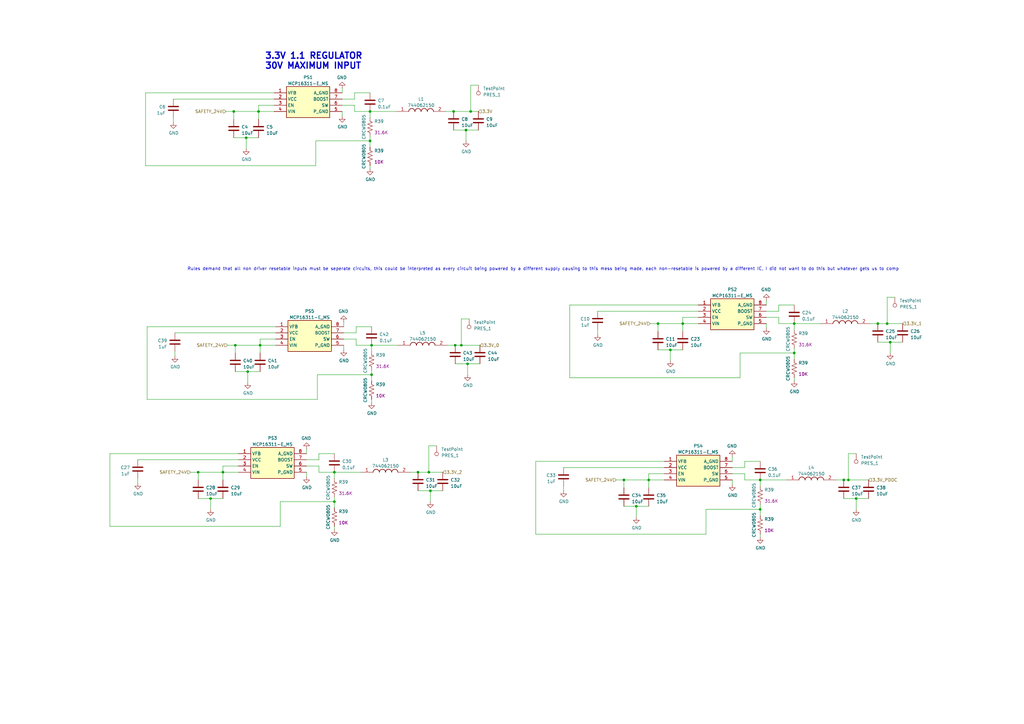
<source format=kicad_sch>
(kicad_sch (version 20230121) (generator eeschema)
  (paper "A3")
  (lib_symbols
    (symbol "Connector:TestPoint" (pin_numbers hide) (pin_names (offset 0.762) hide)
      (property "Reference" "TP" (at 0 6.858 0))
      (property "Value" "TestPoint" (at 0 5.08 0))
      (symbol "TestPoint_0_1"
        (circle (center 0 3.302) (radius 0.762))
      )
      (symbol "TestPoint_1_1"
        (pin passive line (at 0 0 90) (length 2.54) (name "1") (number "1"))
      )
    )
    (symbol "Device:C" (pin_numbers hide) (pin_names (offset 0.254))
      (property "Reference" "C" (at 0.635 2.54 0))
      (property "Value" "C" (at 0.635 -2.54 0))
      (symbol "C_0_1"
        (polyline (pts (xy -2.032 -0.762) (xy 2.032 -0.762)) (stroke (width 0.508)))
        (polyline (pts (xy -2.032 0.762) (xy 2.032 0.762)) (stroke (width 0.508)))
      )
      (symbol "C_1_1"
        (pin passive line (at 0 3.81 270) (length 2.794) (name "~") (number "1"))
        (pin passive line (at 0 -3.81 90) (length 2.794) (name "~") (number "2"))
      )
    )
    (symbol "MCP16311-E_MS_1"
      (property "Reference" "PS" (at 10.16 11.43 0))
      (property "Value" "MCP16311-E_MS" (at 10.16 8.89 0))
      (symbol "MCP16311-E_MS_1_1_1"
        (rectangle (start -8.89 6.35) (end 8.89 -6.35) (stroke (width 0.254)) (fill (type background)))
        (pin power_in line (at -13.97 3.81 0) (length 5.08) (name "VFB") (number "1"))
        (pin power_in line (at -13.97 1.27 0) (length 5.08) (name "VCC") (number "2"))
        (pin passive line (at -13.97 -1.27 0) (length 5.08) (name "EN") (number "3"))
        (pin passive line (at -13.97 -3.81 0) (length 5.08) (name "VIN") (number "4"))
        (pin power_in line (at 13.97 -3.81 180) (length 5.08) (name "P_GND") (number "5"))
        (pin passive line (at 13.97 -1.27 180) (length 5.08) (name "SW") (number "6"))
        (pin passive line (at 13.97 1.27 180) (length 5.08) (name "BOOST") (number "7"))
        (pin power_in line (at 13.97 3.81 180) (length 5.08) (name "A_GND") (number "8"))
      )
    )
    (symbol "UniSA_Motorsport_Inductor:744062150" (pin_names hide)
      (property "Reference" "L" (at 6.35 6.35 0))
      (property "Value" "744062150" (at 6.35 3.81 0))
      (symbol "744062150_1_1"
        (arc (start -2.54 0) (mid -3.81 1.219) (end -5.08 0) (stroke (width 0.254)))
        (arc (start 0 0) (mid -1.27 1.219) (end -2.54 0) (stroke (width 0.254)))
        (arc (start 2.54 0) (mid 1.27 1.219) (end 0 0) (stroke (width 0.254)))
        (arc (start 5.08 0) (mid 3.81 1.219) (end 2.54 0) (stroke (width 0.254)))
        (pin passive line (at -10.16 0 0) (length 5.08) (name "1") (number "1"))
        (pin passive line (at 10.16 0 180) (length 5.08) (name "2") (number "2"))
      )
    )
    (symbol "UniSA_Motorsport_Regulator:MCP16311-E_MS"
      (property "Reference" "PS" (at 10.16 11.43 0))
      (property "Value" "MCP16311-E_MS" (at 10.16 8.89 0))
      (symbol "MCP16311-E_MS_1_1"
        (rectangle (start -8.89 6.35) (end 8.89 -6.35) (stroke (width 0.254)) (fill (type background)))
        (pin power_in line (at -13.97 3.81 0) (length 5.08) (name "VFB") (number "1"))
        (pin power_in line (at -13.97 1.27 0) (length 5.08) (name "VCC") (number "2"))
        (pin passive line (at -13.97 -1.27 0) (length 5.08) (name "EN") (number "3"))
        (pin passive line (at -13.97 -3.81 0) (length 5.08) (name "VIN") (number "4"))
        (pin power_in line (at 13.97 -3.81 180) (length 5.08) (name "P_GND") (number "5"))
        (pin passive line (at 13.97 -1.27 180) (length 5.08) (name "SW") (number "6"))
        (pin passive line (at 13.97 1.27 180) (length 5.08) (name "BOOST") (number "7"))
        (pin power_in line (at 13.97 3.81 180) (length 5.08) (name "A_GND") (number "8"))
      )
    )
    (symbol "UniSA_Motorsport_Resistor:CRCW0805" (pin_numbers hide) (pin_names (offset 0))
      (property "Reference" "R" (at 2.54 0 90))
      (property "Value" "CRCW0805" (at -2.54 0 90))
      (property "Resistance" "Give a E24 value" (at 5.08 0 90))
      (symbol "CRCW0805_0_1"
        (polyline (pts (xy 0 -2.286) (xy 0 -2.54)))
        (polyline (pts (xy 0 2.286) (xy 0 2.54)))
        (polyline (pts (xy 0 -0.762) (xy 1.016 -1.143) (xy 0 -1.524) (xy -1.016 -1.905) (xy 0 -2.286)))
        (polyline (pts (xy 0 0.762) (xy 1.016 0.381) (xy 0 0) (xy -1.016 -0.381) (xy 0 -0.762)))
        (polyline (pts (xy 0 2.286) (xy 1.016 1.905) (xy 0 1.524) (xy -1.016 1.143) (xy 0 0.762)))
      )
      (symbol "CRCW0805_1_1"
        (pin passive line (at 0 3.81 270) (length 1.27) (name "~") (number "1"))
        (pin passive line (at 0 -3.81 90) (length 1.27) (name "~") (number "2"))
      )
    )
    (symbol "power:GND" (power) (pin_names (offset 0))
      (property "Value" "GND" (at 0 -3.81 0))
      (symbol "GND_0_1"
        (polyline (pts (xy 0 0) (xy 0 -1.27) (xy 1.27 -1.27) (xy 0 -2.54) (xy -1.27 -1.27) (xy 0 -1.27)))
      )
      (symbol "GND_1_1"
        (pin power_in line (at 0 0 270) (length 0) hide (name "GND") (number "1"))
      )
    )
  )
  (junction (at 365.125 140.335))
  (junction (at 137.16 205.74))
  (junction (at 152.4 153.67))
  (junction (at 81.28 193.675))
  (junction (at 95.885 45.72))
  (junction (at 269.875 132.715))
  (junction (at 325.755 144.78))
  (junction (at 96.52 141.605))
  (junction (at 91.44 193.675))
  (junction (at 346.075 196.85))
  (junction (at 171.45 193.675))
  (junction (at 176.53 201.295))
  (junction (at 151.765 45.72))
  (junction (at 347.98 196.85))
  (junction (at 311.785 196.85))
  (junction (at 106.68 141.605))
  (junction (at 152.4 141.605))
  (junction (at 255.905 196.85))
  (junction (at 351.155 204.47))
  (junction (at 260.985 207.645))
  (junction (at 280.035 132.715))
  (junction (at 363.855 132.715))
  (junction (at 106.045 45.72))
  (junction (at 266.065 196.85))
  (junction (at 86.36 204.47))
  (junction (at 137.16 193.675))
  (junction (at 175.895 193.675))
  (junction (at 360.045 132.715))
  (junction (at 100.965 56.515))
  (junction (at 191.77 149.225))
  (junction (at 189.23 141.605))
  (junction (at 186.69 141.605))
  (junction (at 191.135 53.34))
  (junction (at 186.055 45.72))
  (junction (at 101.6 152.4))
  (junction (at 325.755 132.715))
  (junction (at 311.785 208.915))
  (junction (at 193.04 45.72))
  (junction (at 151.765 57.785))
  (junction (at 274.955 143.51))
  (wire (pts (xy 363.855 132.715) (xy 370.205 132.715)))
  (wire (pts (xy 140.97 136.525) (xy 146.05 136.525)))
  (wire (pts (xy 356.87 132.715) (xy 360.045 132.715)))
  (wire (pts (xy 325.755 154.94) (xy 325.755 156.21)))
  (wire (pts (xy 152.4 151.765) (xy 152.4 153.67)))
  (wire (pts (xy 112.395 38.1) (xy 59.69 38.1)))
  (wire (pts (xy 274.955 143.51) (xy 274.955 147.955)))
  (wire (pts (xy 171.45 201.295) (xy 176.53 201.295)))
  (wire (pts (xy 125.73 193.675) (xy 125.73 195.58)))
  (wire (pts (xy 346.075 196.85) (xy 347.98 196.85)))
  (wire (pts (xy 193.04 45.72) (xy 196.215 45.72)))
  (wire (pts (xy 145.415 45.72) (xy 151.765 45.72)))
  (wire (pts (xy 97.79 191.135) (xy 91.44 191.135)))
  (wire (pts (xy 60.325 163.83) (xy 130.175 163.83)))
  (wire (pts (xy 266.7 132.715) (xy 269.875 132.715)))
  (wire (pts (xy 101.6 152.4) (xy 106.68 152.4)))
  (wire (pts (xy 140.335 45.72) (xy 140.335 47.625)))
  (wire (pts (xy 106.045 45.72) (xy 112.395 45.72)))
  (wire (pts (xy 86.36 204.47) (xy 91.44 204.47)))
  (wire (pts (xy 346.075 204.47) (xy 351.155 204.47)))
  (wire (pts (xy 193.04 34.925) (xy 193.04 45.72)))
  (wire (pts (xy 305.435 191.77) (xy 305.435 189.23)))
  (wire (pts (xy 186.69 149.225) (xy 191.77 149.225)))
  (wire (pts (xy 319.405 132.715) (xy 325.755 132.715)))
  (wire (pts (xy 252.73 196.85) (xy 255.905 196.85)))
  (wire (pts (xy 319.405 127.635) (xy 319.405 125.095)))
  (wire (pts (xy 280.035 132.715) (xy 286.385 132.715)))
  (wire (pts (xy 129.54 57.785) (xy 151.765 57.785)))
  (wire (pts (xy 186.055 53.34) (xy 191.135 53.34)))
  (wire (pts (xy 289.56 208.915) (xy 311.785 208.915)))
  (wire (pts (xy 95.885 48.895) (xy 95.885 45.72)))
  (wire (pts (xy 137.16 205.74) (xy 137.16 208.28)))
  (wire (pts (xy 130.81 193.675) (xy 137.16 193.675)))
  (wire (pts (xy 255.905 200.025) (xy 255.905 196.85)))
  (wire (pts (xy 189.23 130.81) (xy 192.405 130.81)))
  (wire (pts (xy 130.175 163.83) (xy 130.175 153.67)))
  (wire (pts (xy 191.135 53.34) (xy 191.135 57.785)))
  (wire (pts (xy 266.065 196.85) (xy 272.415 196.85)))
  (wire (pts (xy 130.81 191.135) (xy 130.81 193.675)))
  (wire (pts (xy 137.16 193.675) (xy 137.16 196.215)))
  (wire (pts (xy 106.68 141.605) (xy 106.68 144.78)))
  (wire (pts (xy 151.765 67.945) (xy 151.765 69.215)))
  (wire (pts (xy 245.11 135.255) (xy 245.11 137.16)))
  (wire (pts (xy 71.12 48.26) (xy 71.12 50.165)))
  (wire (pts (xy 347.98 186.055) (xy 351.155 186.055)))
  (wire (pts (xy 151.765 55.88) (xy 151.765 57.785)))
  (wire (pts (xy 269.875 135.89) (xy 269.875 132.715)))
  (wire (pts (xy 129.54 67.945) (xy 129.54 57.785)))
  (wire (pts (xy 280.035 130.175) (xy 280.035 132.715)))
  (wire (pts (xy 351.155 204.47) (xy 351.155 208.915)))
  (wire (pts (xy 219.71 189.23) (xy 219.71 219.075)))
  (wire (pts (xy 130.175 153.67) (xy 152.4 153.67)))
  (wire (pts (xy 286.385 125.095) (xy 233.68 125.095)))
  (wire (pts (xy 56.515 188.595) (xy 97.79 188.595)))
  (wire (pts (xy 81.28 196.85) (xy 81.28 193.675)))
  (wire (pts (xy 360.045 132.715) (xy 363.855 132.715)))
  (wire (pts (xy 171.45 193.675) (xy 175.895 193.675)))
  (wire (pts (xy 92.71 45.72) (xy 95.885 45.72)))
  (wire (pts (xy 325.755 132.715) (xy 325.755 135.255)))
  (wire (pts (xy 106.045 45.72) (xy 106.045 48.895)))
  (wire (pts (xy 269.875 132.715) (xy 280.035 132.715)))
  (wire (pts (xy 114.935 205.74) (xy 137.16 205.74)))
  (wire (pts (xy 314.325 127.635) (xy 319.405 127.635)))
  (wire (pts (xy 186.69 141.605) (xy 189.23 141.605)))
  (wire (pts (xy 176.53 201.295) (xy 176.53 205.74)))
  (wire (pts (xy 146.05 141.605) (xy 152.4 141.605)))
  (wire (pts (xy 363.855 121.92) (xy 367.03 121.92)))
  (wire (pts (xy 137.16 193.675) (xy 147.955 193.675)))
  (wire (pts (xy 305.435 194.31) (xy 305.435 196.85)))
  (wire (pts (xy 319.405 125.095) (xy 325.755 125.095)))
  (wire (pts (xy 45.085 215.9) (xy 114.935 215.9)))
  (wire (pts (xy 152.4 141.605) (xy 152.4 144.145)))
  (wire (pts (xy 151.765 45.72) (xy 162.56 45.72)))
  (wire (pts (xy 140.97 141.605) (xy 140.97 143.51)))
  (wire (pts (xy 305.435 189.23) (xy 311.785 189.23)))
  (wire (pts (xy 152.4 153.67) (xy 152.4 156.21)))
  (wire (pts (xy 347.98 196.85) (xy 356.235 196.85)))
  (wire (pts (xy 60.325 133.985) (xy 60.325 163.83)))
  (wire (pts (xy 151.765 57.785) (xy 151.765 60.325)))
  (wire (pts (xy 311.785 219.075) (xy 311.785 220.345)))
  (wire (pts (xy 191.77 149.225) (xy 191.77 153.67)))
  (wire (pts (xy 97.79 186.055) (xy 45.085 186.055)))
  (wire (pts (xy 191.77 149.225) (xy 196.85 149.225)))
  (wire (pts (xy 96.52 144.78) (xy 96.52 141.605)))
  (wire (pts (xy 59.69 38.1) (xy 59.69 67.945)))
  (wire (pts (xy 140.97 139.065) (xy 146.05 139.065)))
  (wire (pts (xy 168.275 193.675) (xy 171.45 193.675)))
  (wire (pts (xy 112.395 43.18) (xy 106.045 43.18)))
  (wire (pts (xy 286.385 130.175) (xy 280.035 130.175)))
  (wire (pts (xy 59.69 67.945) (xy 129.54 67.945)))
  (wire (pts (xy 269.875 143.51) (xy 274.955 143.51)))
  (wire (pts (xy 311.785 196.85) (xy 322.58 196.85)))
  (wire (pts (xy 95.885 45.72) (xy 106.045 45.72)))
  (wire (pts (xy 300.355 191.77) (xy 305.435 191.77)))
  (wire (pts (xy 100.965 56.515) (xy 100.965 60.96)))
  (wire (pts (xy 175.895 182.88) (xy 175.895 193.675)))
  (wire (pts (xy 125.73 188.595) (xy 130.81 188.595)))
  (wire (pts (xy 260.985 207.645) (xy 266.065 207.645)))
  (wire (pts (xy 266.065 196.85) (xy 266.065 200.025)))
  (wire (pts (xy 145.415 40.64) (xy 145.415 38.1)))
  (wire (pts (xy 151.765 45.72) (xy 151.765 48.26)))
  (wire (pts (xy 231.14 199.39) (xy 231.14 201.295)))
  (wire (pts (xy 152.4 163.83) (xy 152.4 165.1)))
  (wire (pts (xy 274.955 143.51) (xy 280.035 143.51)))
  (wire (pts (xy 71.755 144.145) (xy 71.755 146.05)))
  (wire (pts (xy 325.755 144.78) (xy 325.755 147.32)))
  (wire (pts (xy 272.415 189.23) (xy 219.71 189.23)))
  (wire (pts (xy 189.23 130.81) (xy 189.23 141.605)))
  (wire (pts (xy 342.9 196.85) (xy 346.075 196.85)))
  (wire (pts (xy 272.415 194.31) (xy 266.065 194.31)))
  (wire (pts (xy 219.71 219.075) (xy 289.56 219.075)))
  (wire (pts (xy 71.12 40.64) (xy 112.395 40.64)))
  (wire (pts (xy 93.345 141.605) (xy 96.52 141.605)))
  (wire (pts (xy 351.155 204.47) (xy 356.235 204.47)))
  (wire (pts (xy 325.755 132.715) (xy 336.55 132.715)))
  (wire (pts (xy 140.335 36.195) (xy 140.335 38.1)))
  (wire (pts (xy 255.905 196.85) (xy 266.065 196.85)))
  (wire (pts (xy 125.73 184.15) (xy 125.73 186.055)))
  (wire (pts (xy 233.68 125.095) (xy 233.68 154.94)))
  (wire (pts (xy 130.81 188.595) (xy 130.81 186.055)))
  (wire (pts (xy 96.52 141.605) (xy 106.68 141.605)))
  (wire (pts (xy 176.53 201.295) (xy 181.61 201.295)))
  (wire (pts (xy 106.045 43.18) (xy 106.045 45.72)))
  (wire (pts (xy 106.68 139.065) (xy 106.68 141.605)))
  (wire (pts (xy 56.515 196.215) (xy 56.515 198.12)))
  (wire (pts (xy 86.36 204.47) (xy 86.36 208.915)))
  (wire (pts (xy 71.755 136.525) (xy 113.03 136.525)))
  (wire (pts (xy 347.98 186.055) (xy 347.98 196.85)))
  (wire (pts (xy 114.935 215.9) (xy 114.935 205.74)))
  (wire (pts (xy 280.035 132.715) (xy 280.035 135.89)))
  (wire (pts (xy 260.985 207.645) (xy 260.985 212.09)))
  (wire (pts (xy 137.16 215.9) (xy 137.16 217.17)))
  (wire (pts (xy 231.14 191.77) (xy 272.415 191.77)))
  (wire (pts (xy 314.325 132.715) (xy 314.325 134.62)))
  (wire (pts (xy 319.405 130.175) (xy 319.405 132.715)))
  (wire (pts (xy 233.68 154.94) (xy 303.53 154.94)))
  (wire (pts (xy 363.855 121.92) (xy 363.855 132.715)))
  (wire (pts (xy 137.16 203.835) (xy 137.16 205.74)))
  (wire (pts (xy 193.04 34.925) (xy 196.215 34.925)))
  (wire (pts (xy 325.755 142.875) (xy 325.755 144.78)))
  (wire (pts (xy 91.44 193.675) (xy 91.44 196.85)))
  (wire (pts (xy 191.135 53.34) (xy 196.215 53.34)))
  (wire (pts (xy 311.785 208.915) (xy 311.785 211.455)))
  (wire (pts (xy 311.785 196.85) (xy 311.785 199.39)))
  (wire (pts (xy 95.885 56.515) (xy 100.965 56.515)))
  (wire (pts (xy 146.05 139.065) (xy 146.05 141.605)))
  (wire (pts (xy 140.97 132.08) (xy 140.97 133.985)))
  (wire (pts (xy 145.415 43.18) (xy 145.415 45.72)))
  (wire (pts (xy 175.895 182.88) (xy 179.07 182.88)))
  (wire (pts (xy 183.515 141.605) (xy 186.69 141.605)))
  (wire (pts (xy 300.355 187.325) (xy 300.355 189.23)))
  (wire (pts (xy 146.05 136.525) (xy 146.05 133.985)))
  (wire (pts (xy 100.965 56.515) (xy 106.045 56.515)))
  (wire (pts (xy 140.335 43.18) (xy 145.415 43.18)))
  (wire (pts (xy 300.355 196.85) (xy 300.355 198.755)))
  (wire (pts (xy 113.03 133.985) (xy 60.325 133.985)))
  (wire (pts (xy 266.065 194.31) (xy 266.065 196.85)))
  (wire (pts (xy 91.44 193.675) (xy 97.79 193.675)))
  (wire (pts (xy 255.905 207.645) (xy 260.985 207.645)))
  (wire (pts (xy 189.23 141.605) (xy 196.85 141.605)))
  (wire (pts (xy 186.055 45.72) (xy 193.04 45.72)))
  (wire (pts (xy 311.785 207.01) (xy 311.785 208.915)))
  (wire (pts (xy 130.81 186.055) (xy 137.16 186.055)))
  (wire (pts (xy 305.435 196.85) (xy 311.785 196.85)))
  (wire (pts (xy 101.6 152.4) (xy 101.6 156.845)))
  (wire (pts (xy 289.56 219.075) (xy 289.56 208.915)))
  (wire (pts (xy 81.28 204.47) (xy 86.36 204.47)))
  (wire (pts (xy 314.325 130.175) (xy 319.405 130.175)))
  (wire (pts (xy 45.085 186.055) (xy 45.085 215.9)))
  (wire (pts (xy 365.125 140.335) (xy 365.125 144.78)))
  (wire (pts (xy 303.53 154.94) (xy 303.53 144.78)))
  (wire (pts (xy 125.73 191.135) (xy 130.81 191.135)))
  (wire (pts (xy 182.88 45.72) (xy 186.055 45.72)))
  (wire (pts (xy 303.53 144.78) (xy 325.755 144.78)))
  (wire (pts (xy 113.03 139.065) (xy 106.68 139.065)))
  (wire (pts (xy 96.52 152.4) (xy 101.6 152.4)))
  (wire (pts (xy 300.355 194.31) (xy 305.435 194.31)))
  (wire (pts (xy 81.28 193.675) (xy 91.44 193.675)))
  (wire (pts (xy 140.335 40.64) (xy 145.415 40.64)))
  (wire (pts (xy 145.415 38.1) (xy 151.765 38.1)))
  (wire (pts (xy 360.045 140.335) (xy 365.125 140.335)))
  (wire (pts (xy 175.895 193.675) (xy 181.61 193.675)))
  (wire (pts (xy 245.11 127.635) (xy 286.385 127.635)))
  (wire (pts (xy 78.105 193.675) (xy 81.28 193.675)))
  (wire (pts (xy 152.4 141.605) (xy 163.195 141.605)))
  (wire (pts (xy 365.125 140.335) (xy 370.205 140.335)))
  (wire (pts (xy 314.325 123.19) (xy 314.325 125.095)))
  (wire (pts (xy 146.05 133.985) (xy 152.4 133.985)))
  (wire (pts (xy 106.68 141.605) (xy 113.03 141.605)))
  (wire (pts (xy 91.44 191.135) (xy 91.44 193.675)))
  (text "Rules demand that all non driver resetable inputs must be seperate circuits, this could be interpreted as every circuit being powered by a different supply causing to this mess being made, each non-resetable is powered by a different IC, I did not want to do this but whatever gets us to comp" (at 76.835 111.125 0) (effects (font (size 1.27 1.27)) (justify left bottom)))
  (text "3.3V 1.1 REGULATOR\n30V MAXIMUM INPUT" (at 108.585 28.575 0) (effects (font (size 2.54 2.54) (thickness 0.508) bold) (justify left bottom)))
  (hierarchical_label "SAFETY_24V" (shape input) (at 78.105 193.675 180))
  (hierarchical_label "3.3V_1" (shape input) (at 370.205 132.715 0))
  (hierarchical_label "3.3V_PDOC" (shape input) (at 356.235 196.85 0))
  (hierarchical_label "3.3V_0" (shape input) (at 196.85 141.605 0))
  (hierarchical_label "SAFETY_24V" (shape input) (at 93.345 141.605 180))
  (hierarchical_label "3.3V_2" (shape input) (at 181.61 193.675 0))
  (hierarchical_label "SAFETY_24V" (shape input) (at 92.71 45.72 180))
  (hierarchical_label "3.3V" (shape input) (at 196.215 45.72 0))
  (hierarchical_label "SAFETY_24V" (shape input) (at 266.7 132.715 180))
  (hierarchical_label "SAFETY_24V" (shape input) (at 252.73 196.85 180))
  (symbol (lib_id "power:GND") (at 71.12 50.165 0) (unit 1)
    (property "Reference" "#PWR045" (effects hide))
    (property "Value" "GND" (at 71.247 54.5592 0))
    (instances (project "power_and_monotoring" (path "" (reference "#PWR045") (unit 1)) (path "" (reference "#PWR01") (unit 1))) (project "shutdownPCB" (path "" (reference "#PWR01") (unit 1)) (path "" (reference "#PWR051") (unit 1))) (project "BSPD" (path "" (reference "#PWR040") (unit 1))))
  )
  (symbol (lib_id "Device:C") (at 96.52 148.59 0) (unit 1)
    (property "Reference" "C40" (at 99.695 147.955 0) (effects (justify left)))
    (property "Value" "10uF" (at 99.695 150.495 0) (effects (justify left)))
    (property "Footprint" "UniSA_Motorsport_Resistor:0805" (effects hide))
  )
  (symbol (lib_id "Device:C") (at 370.205 136.525 0) (unit 1)
    (property "Reference" "C26" (at 373.38 135.89 0) (effects (justify left)))
    (property "Value" "10uF" (at 373.38 138.43 0) (effects (justify left)))
    (property "Footprint" "UniSA_Motorsport_Resistor:0805" (effects hide))
  )
  (symbol (lib_id "power:GND") (at 151.765 69.215 0) (unit 1)
    (property "Reference" "#PWR045" (effects hide))
    (property "Value" "GND" (at 151.892 73.6092 0))
    (instances (project "power_and_monotoring" (path "" (reference "#PWR045") (unit 1)) (path "" (reference "#PWR01") (unit 1))) (project "shutdownPCB" (path "" (reference "#PWR01") (unit 1)) (path "" (reference "#PWR052") (unit 1))) (project "BSPD" (path "" (reference "#PWR040") (unit 1))))
  )
  (symbol (lib_id "UniSA_Motorsport_Inductor:744062150") (at 346.71 132.715 0) (unit 1)
    (property "Reference" "L2" (at 346.71 127.635 0))
    (property "Value" "744062150" (at 346.71 130.175 0))
    (property "Footprint" "UniSA_Motorsport_Resistor:2727" (effects hide))
    (property "Datasheet" "https://componentsearchengine.com/Datasheets/1/744062150.pdf" (effects hide))
    (property "Mouser Part Number" "710-744062150" (effects hide))
    (property "Mouser Price/Stock" "https://www.mouser.com/Search/Refine.aspx?Keyword=710-744062150" (effects hide))
    (property "Manufacturer_Name" "Wurth Elektronik" (effects hide))
    (property "Manufacturer_Part_Number" "744062150" (effects hide))
  )
  (symbol (lib_id "UniSA_Motorsport_Inductor:744062150") (at 158.115 193.675 0) (unit 1)
    (property "Reference" "L3" (at 158.115 188.595 0))
    (property "Value" "744062150" (at 158.115 191.135 0))
    (property "Footprint" "UniSA_Motorsport_Resistor:2727" (effects hide))
    (property "Datasheet" "https://componentsearchengine.com/Datasheets/1/744062150.pdf" (effects hide))
    (property "Mouser Part Number" "710-744062150" (effects hide))
    (property "Mouser Price/Stock" "https://www.mouser.com/Search/Refine.aspx?Keyword=710-744062150" (effects hide))
    (property "Manufacturer_Name" "Wurth Elektronik" (effects hide))
    (property "Manufacturer_Part_Number" "744062150" (effects hide))
  )
  (symbol (lib_id "UniSA_Motorsport_Inductor:744062150") (at 172.72 45.72 0) (unit 1)
    (property "Reference" "L1" (at 172.72 40.64 0))
    (property "Value" "744062150" (at 172.72 43.18 0))
    (property "Footprint" "UniSA_Motorsport_Resistor:2727" (effects hide))
    (property "Datasheet" "https://componentsearchengine.com/Datasheets/1/744062150.pdf" (effects hide))
    (property "Mouser Part Number" "710-744062150" (effects hide))
    (property "Mouser Price/Stock" "https://www.mouser.com/Search/Refine.aspx?Keyword=710-744062150" (effects hide))
    (property "Manufacturer_Name" "Wurth Elektronik" (effects hide))
    (property "Manufacturer_Part_Number" "744062150" (effects hide))
  )
  (symbol (lib_id "Device:C") (at 71.755 140.335 0) (mirror y) (unit 1)
    (property "Reference" "C39" (at 68.58 139.7 0) (effects (justify left)))
    (property "Value" "1uF" (at 68.58 142.24 0) (effects (justify left)))
    (property "Footprint" "UniSA_Motorsport_Resistor:0805" (effects hide))
  )
  (symbol (lib_id "UniSA_Motorsport_Resistor:CRCW0805") (at 311.785 215.265 0) (unit 1)
    (property "Reference" "R39" (at 313.5122 212.9536 0) (effects (justify left)))
    (property "Value" "CRCW0805" (at 309.245 215.265 90))
    (property "Footprint" "UniSA_Motorsport_Resistor:0805" (effects hide))
    (property "Datasheet" "https://au.mouser.com/datasheet/2/427/dcrcwe3-1762152.pdf" (effects hide))
    (property "Resistance" "10K" (at 313.5122 217.5764 0) (effects (justify left)))
    (property "Voltage Rating" "150V" (effects hide))
    (property "Power Rating" "125mW" (effects hide))
    (property "E24 Values" "http://www.ohmslawcalculator.com/e24-resistor-sizes" (effects hide))
    (instances (project "shutdownPCB" (path "" (reference "R39") (unit 1)) (path "" (reference "R36") (unit 1))) (project "Safety Circuit" (path "" (reference "R20") (unit 1))))
  )
  (symbol (lib_id "Device:C") (at 346.075 200.66 0) (unit 1)
    (property "Reference" "C37" (at 349.25 200.025 0) (effects (justify left)))
    (property "Value" "10uF" (at 349.25 202.565 0) (effects (justify left)))
    (property "Footprint" "UniSA_Motorsport_Resistor:0805" (effects hide))
  )
  (symbol (lib_id "UniSA_Motorsport_Resistor:CRCW0805") (at 151.765 64.135 0) (unit 1)
    (property "Reference" "R39" (at 153.4922 61.8236 0) (effects (justify left)))
    (property "Value" "CRCW0805" (at 149.225 64.135 90))
    (property "Footprint" "UniSA_Motorsport_Resistor:0805" (effects hide))
    (property "Datasheet" "https://au.mouser.com/datasheet/2/427/dcrcwe3-1762152.pdf" (effects hide))
    (property "Resistance" "10K" (at 153.4922 66.4464 0) (effects (justify left)))
    (property "Voltage Rating" "150V" (effects hide))
    (property "Power Rating" "125mW" (effects hide))
    (property "E24 Values" "http://www.ohmslawcalculator.com/e24-resistor-sizes" (effects hide))
    (instances (project "shutdownPCB" (path "" (reference "R39") (unit 1)) (path "" (reference "R9") (unit 1))) (project "Safety Circuit" (path "" (reference "R20") (unit 1))))
  )
  (symbol (lib_id "UniSA_Motorsport_Inductor:744062150") (at 173.355 141.605 0) (unit 1)
    (property "Reference" "L5" (at 173.355 136.525 0))
    (property "Value" "744062150" (at 173.355 139.065 0))
    (property "Footprint" "UniSA_Motorsport_Resistor:2727" (effects hide))
    (property "Datasheet" "https://componentsearchengine.com/Datasheets/1/744062150.pdf" (effects hide))
    (property "Mouser Part Number" "710-744062150" (effects hide))
    (property "Mouser Price/Stock" "https://www.mouser.com/Search/Refine.aspx?Keyword=710-744062150" (effects hide))
    (property "Manufacturer_Name" "Wurth Elektronik" (effects hide))
    (property "Manufacturer_Part_Number" "744062150" (effects hide))
  )
  (symbol (lib_id "Device:C") (at 151.765 41.91 0) (unit 1)
    (property "Reference" "C7" (at 154.94 41.275 0) (effects (justify left)))
    (property "Value" "0.1uF" (at 154.94 43.815 0) (effects (justify left)))
    (property "Footprint" "UniSA_Motorsport_Resistor:0805" (effects hide))
  )
  (symbol (lib_id "power:GND") (at 56.515 198.12 0) (unit 1)
    (property "Reference" "#PWR045" (effects hide))
    (property "Value" "GND" (at 56.642 202.5142 0))
    (instances (project "power_and_monotoring" (path "" (reference "#PWR045") (unit 1)) (path "" (reference "#PWR01") (unit 1))) (project "shutdownPCB" (path "" (reference "#PWR01") (unit 1)) (path "" (reference "#PWR075") (unit 1))) (project "BSPD" (path "" (reference "#PWR040") (unit 1))))
  )
  (symbol (lib_id "Device:C") (at 171.45 197.485 0) (unit 1)
    (property "Reference" "C31" (at 174.625 196.85 0) (effects (justify left)))
    (property "Value" "10uF" (at 174.625 199.39 0) (effects (justify left)))
    (property "Footprint" "UniSA_Motorsport_Resistor:0805" (effects hide))
  )
  (symbol (lib_id "power:GND") (at 140.97 143.51 0) (unit 1)
    (property "Reference" "#PWR045" (effects hide))
    (property "Value" "GND" (at 141.097 147.9042 0))
    (instances (project "power_and_monotoring" (path "" (reference "#PWR045") (unit 1)) (path "" (reference "#PWR01") (unit 1))) (project "shutdownPCB" (path "" (reference "#PWR01") (unit 1)) (path "" (reference "#PWR090") (unit 1))) (project "BSPD" (path "" (reference "#PWR040") (unit 1))))
  )
  (symbol (lib_id "Device:C") (at 152.4 137.795 0) (unit 1)
    (property "Reference" "C42" (at 155.575 137.16 0) (effects (justify left)))
    (property "Value" "0.1uF" (at 155.575 139.7 0) (effects (justify left)))
    (property "Footprint" "UniSA_Motorsport_Resistor:0805" (effects hide))
  )
  (symbol (lib_id "Device:C") (at 81.28 200.66 0) (unit 1)
    (property "Reference" "C28" (at 84.455 200.025 0) (effects (justify left)))
    (property "Value" "10uF" (at 84.455 202.565 0) (effects (justify left)))
    (property "Footprint" "UniSA_Motorsport_Resistor:0805" (effects hide))
  )
  (symbol (lib_id "power:GND") (at 137.16 217.17 0) (unit 1)
    (property "Reference" "#PWR045" (effects hide))
    (property "Value" "GND" (at 137.287 221.5642 0))
    (instances (project "power_and_monotoring" (path "" (reference "#PWR045") (unit 1)) (path "" (reference "#PWR01") (unit 1))) (project "shutdownPCB" (path "" (reference "#PWR01") (unit 1)) (path "" (reference "#PWR079") (unit 1))) (project "BSPD" (path "" (reference "#PWR040") (unit 1))))
  )
  (symbol (lib_id "power:GND") (at 140.335 47.625 0) (unit 1)
    (property "Reference" "#PWR045" (effects hide))
    (property "Value" "GND" (at 140.462 52.0192 0))
    (instances (project "power_and_monotoring" (path "" (reference "#PWR045") (unit 1)) (path "" (reference "#PWR01") (unit 1))) (project "shutdownPCB" (path "" (reference "#PWR01") (unit 1)) (path "" (reference "#PWR053") (unit 1))) (project "BSPD" (path "" (reference "#PWR040") (unit 1))))
  )
  (symbol (lib_id "Connector:TestPoint") (at 367.03 121.92 180) (unit 1)
    (property "Reference" "PRES_1" (at 368.935 125.857 0) (effects (justify right)))
    (property "Value" "TestPoint" (at 368.935 123.317 0) (effects (justify right)))
    (property "Footprint" "TestPoint:TestPoint_Pad_D2.0mm" (effects hide))
    (instances (project "power_and_monotoring" (path "" (reference "PRES_1") (unit 1)) (path "" (reference "BREAK_PRESSED1") (unit 1))) (project "shutdownPCB" (path "" (reference "BSPD_LED1") (unit 1)) (path "" (reference "NON_RESETS1") (unit 1)) (path "" (reference "3.3V_1") (unit 1))) (project "FeatherBoard" (path "" (reference "TP1") (unit 1))))
  )
  (symbol (lib_id "UniSA_Motorsport_Regulator:MCP16311-E_MS") (at 286.385 193.04 0) (unit 1)
    (property "Reference" "PS4" (at 286.385 182.88 0))
    (property "Value" "MCP16311-E_MS" (at 286.385 185.42 0))
    (property "Footprint" "UniSA_Motorsport_SO:MSOP-8" (effects hide))
    (property "Datasheet" "https://componentsearchengine.com/Datasheets/2/MCP16311-E_MS.pdf" (effects hide))
    (property "Height" "1.1" (effects hide))
    (property "Mouser Part Number" "579-MCP16311-E/MS" (effects hide))
    (property "Mouser Price/Stock" "https://www.mouser.co.uk/ProductDetail/Microchip-Technology/MCP16311-E-MS?qs=6qKXPk0vzx2%2Fqk4RS4OmfQ%3D%3D" (effects hide))
    (property "Manufacturer_Name" "Microchip" (effects hide))
    (property "Manufacturer_Part_Number" "MCP16311-E/MS" (effects hide))
  )
  (symbol (lib_id "power:GND") (at 191.77 153.67 0) (unit 1)
    (property "Reference" "#PWR045" (effects hide))
    (property "Value" "GND" (at 191.897 158.0642 0))
    (instances (project "power_and_monotoring" (path "" (reference "#PWR045") (unit 1)) (path "" (reference "#PWR01") (unit 1))) (project "shutdownPCB" (path "" (reference "#PWR01") (unit 1)) (path "" (reference "#PWR092") (unit 1))) (project "BSPD" (path "" (reference "#PWR040") (unit 1))))
  )
  (symbol (lib_id "UniSA_Motorsport_Resistor:CRCW0805") (at 152.4 147.955 0) (unit 1)
    (property "Reference" "R39" (at 154.1272 145.6436 0) (effects (justify left)))
    (property "Value" "CRCW0805" (at 149.86 147.955 90))
    (property "Footprint" "UniSA_Motorsport_Resistor:0805" (effects hide))
    (property "Datasheet" "https://au.mouser.com/datasheet/2/427/dcrcwe3-1762152.pdf" (effects hide))
    (property "Resistance" "31.6K" (at 154.1272 150.2664 0) (effects (justify left)))
    (property "Voltage Rating" "150V" (effects hide))
    (property "Power Rating" "125mW" (effects hide))
    (property "E24 Values" "http://www.ohmslawcalculator.com/e24-resistor-sizes" (effects hide))
    (instances (project "shutdownPCB" (path "" (reference "R39") (unit 1)) (path "" (reference "R37") (unit 1))) (project "Safety Circuit" (path "" (reference "R20") (unit 1))))
  )
  (symbol (lib_id "Device:C") (at 137.16 189.865 0) (unit 1)
    (property "Reference" "C30" (at 140.335 189.23 0) (effects (justify left)))
    (property "Value" "0.1uF" (at 140.335 191.77 0) (effects (justify left)))
    (property "Footprint" "UniSA_Motorsport_Resistor:0805" (effects hide))
  )
  (symbol (lib_id "Device:C") (at 255.905 203.835 0) (unit 1)
    (property "Reference" "C34" (at 259.08 203.2 0) (effects (justify left)))
    (property "Value" "10uF" (at 259.08 205.74 0) (effects (justify left)))
    (property "Footprint" "UniSA_Motorsport_Resistor:0805" (effects hide))
  )
  (symbol (lib_id "power:GND") (at 300.355 187.325 180) (unit 1)
    (property "Reference" "#PWR045" (effects hide))
    (property "Value" "GND" (at 300.228 182.9308 0))
    (instances (project "power_and_monotoring" (path "" (reference "#PWR045") (unit 1)) (path "" (reference "#PWR01") (unit 1))) (project "shutdownPCB" (path "" (reference "#PWR01") (unit 1)) (path "" (reference "#PWR083") (unit 1))) (project "BSPD" (path "" (reference "#PWR040") (unit 1))))
  )
  (symbol (lib_id "Device:C") (at 196.85 145.415 0) (unit 1)
    (property "Reference" "C44" (at 200.025 144.78 0) (effects (justify left)))
    (property "Value" "10uF" (at 200.025 147.32 0) (effects (justify left)))
    (property "Footprint" "UniSA_Motorsport_Resistor:0805" (effects hide))
  )
  (symbol (lib_id "power:GND") (at 152.4 165.1 0) (unit 1)
    (property "Reference" "#PWR045" (effects hide))
    (property "Value" "GND" (at 152.527 169.4942 0))
    (instances (project "power_and_monotoring" (path "" (reference "#PWR045") (unit 1)) (path "" (reference "#PWR01") (unit 1))) (project "shutdownPCB" (path "" (reference "#PWR01") (unit 1)) (path "" (reference "#PWR091") (unit 1))) (project "BSPD" (path "" (reference "#PWR040") (unit 1))))
  )
  (symbol (lib_id "power:GND") (at 100.965 60.96 0) (unit 1)
    (property "Reference" "#PWR045" (effects hide))
    (property "Value" "GND" (at 101.092 65.3542 0))
    (instances (project "power_and_monotoring" (path "" (reference "#PWR045") (unit 1)) (path "" (reference "#PWR01") (unit 1))) (project "shutdownPCB" (path "" (reference "#PWR01") (unit 1)) (path "" (reference "#PWR012") (unit 1))) (project "BSPD" (path "" (reference "#PWR040") (unit 1))))
  )
  (symbol (lib_id "Device:C") (at 280.035 139.7 0) (unit 1)
    (property "Reference" "C23" (at 283.21 139.065 0) (effects (justify left)))
    (property "Value" "10uF" (at 283.21 141.605 0) (effects (justify left)))
    (property "Footprint" "UniSA_Motorsport_Resistor:0805" (effects hide))
  )
  (symbol (lib_id "power:GND") (at 176.53 205.74 0) (unit 1)
    (property "Reference" "#PWR045" (effects hide))
    (property "Value" "GND" (at 176.657 210.1342 0))
    (instances (project "power_and_monotoring" (path "" (reference "#PWR045") (unit 1)) (path "" (reference "#PWR01") (unit 1))) (project "shutdownPCB" (path "" (reference "#PWR01") (unit 1)) (path "" (reference "#PWR080") (unit 1))) (project "BSPD" (path "" (reference "#PWR040") (unit 1))))
  )
  (symbol (lib_id "Device:C") (at 325.755 128.905 0) (unit 1)
    (property "Reference" "C24" (at 328.93 128.27 0) (effects (justify left)))
    (property "Value" "0.1uF" (at 328.93 130.81 0) (effects (justify left)))
    (property "Footprint" "UniSA_Motorsport_Resistor:0805" (effects hide))
  )
  (symbol (lib_id "Device:C") (at 106.045 52.705 0) (unit 1)
    (property "Reference" "C5" (at 109.22 52.07 0) (effects (justify left)))
    (property "Value" "10uF" (at 109.22 54.61 0) (effects (justify left)))
    (property "Footprint" "UniSA_Motorsport_Resistor:0805" (effects hide))
  )
  (symbol (lib_id "UniSA_Motorsport_Resistor:CRCW0805") (at 311.785 203.2 0) (unit 1)
    (property "Reference" "R39" (at 313.5122 200.8886 0) (effects (justify left)))
    (property "Value" "CRCW0805" (at 309.245 203.2 90))
    (property "Footprint" "UniSA_Motorsport_Resistor:0805" (effects hide))
    (property "Datasheet" "https://au.mouser.com/datasheet/2/427/dcrcwe3-1762152.pdf" (effects hide))
    (property "Resistance" "31.6K" (at 313.5122 205.5114 0) (effects (justify left)))
    (property "Voltage Rating" "150V" (effects hide))
    (property "Power Rating" "125mW" (effects hide))
    (property "E24 Values" "http://www.ohmslawcalculator.com/e24-resistor-sizes" (effects hide))
    (instances (project "shutdownPCB" (path "" (reference "R39") (unit 1)) (path "" (reference "R18") (unit 1))) (project "Safety Circuit" (path "" (reference "R20") (unit 1))))
  )
  (symbol (lib_id "Device:C") (at 269.875 139.7 0) (unit 1)
    (property "Reference" "C11" (at 273.05 139.065 0) (effects (justify left)))
    (property "Value" "10uF" (at 273.05 141.605 0) (effects (justify left)))
    (property "Footprint" "UniSA_Motorsport_Resistor:0805" (effects hide))
  )
  (symbol (lib_id "Device:C") (at 360.045 136.525 0) (unit 1)
    (property "Reference" "C25" (at 363.22 135.89 0) (effects (justify left)))
    (property "Value" "10uF" (at 363.22 138.43 0) (effects (justify left)))
    (property "Footprint" "UniSA_Motorsport_Resistor:0805" (effects hide))
  )
  (symbol (lib_id "UniSA_Motorsport_Inductor:744062150") (at 332.74 196.85 0) (unit 1)
    (property "Reference" "L4" (at 332.74 191.77 0))
    (property "Value" "744062150" (at 332.74 194.31 0))
    (property "Footprint" "UniSA_Motorsport_Resistor:2727" (effects hide))
    (property "Datasheet" "https://componentsearchengine.com/Datasheets/1/744062150.pdf" (effects hide))
    (property "Mouser Part Number" "710-744062150" (effects hide))
    (property "Mouser Price/Stock" "https://www.mouser.com/Search/Refine.aspx?Keyword=710-744062150" (effects hide))
    (property "Manufacturer_Name" "Wurth Elektronik" (effects hide))
    (property "Manufacturer_Part_Number" "744062150" (effects hide))
  )
  (symbol (lib_id "power:GND") (at 314.325 123.19 180) (unit 1)
    (property "Reference" "#PWR045" (effects hide))
    (property "Value" "GND" (at 314.198 118.7958 0))
    (instances (project "power_and_monotoring" (path "" (reference "#PWR045") (unit 1)) (path "" (reference "#PWR01") (unit 1))) (project "shutdownPCB" (path "" (reference "#PWR01") (unit 1)) (path "" (reference "#PWR071") (unit 1))) (project "BSPD" (path "" (reference "#PWR040") (unit 1))))
  )
  (symbol (lib_id "Device:C") (at 186.69 145.415 0) (unit 1)
    (property "Reference" "C43" (at 189.865 144.78 0) (effects (justify left)))
    (property "Value" "10uF" (at 189.865 147.32 0) (effects (justify left)))
    (property "Footprint" "UniSA_Motorsport_Resistor:0805" (effects hide))
  )
  (symbol (lib_id "power:GND") (at 274.955 147.955 0) (unit 1)
    (property "Reference" "#PWR045" (effects hide))
    (property "Value" "GND" (at 275.082 152.3492 0))
    (instances (project "power_and_monotoring" (path "" (reference "#PWR045") (unit 1)) (path "" (reference "#PWR01") (unit 1))) (project "shutdownPCB" (path "" (reference "#PWR01") (unit 1)) (path "" (reference "#PWR070") (unit 1))) (project "BSPD" (path "" (reference "#PWR040") (unit 1))))
  )
  (symbol (lib_id "Device:C") (at 186.055 49.53 0) (unit 1)
    (property "Reference" "C8" (at 189.23 48.895 0) (effects (justify left)))
    (property "Value" "10uF" (at 189.23 51.435 0) (effects (justify left)))
    (property "Footprint" "UniSA_Motorsport_Resistor:0805" (effects hide))
  )
  (symbol (lib_id "Device:C") (at 356.235 200.66 0) (unit 1)
    (property "Reference" "C38" (at 359.41 200.025 0) (effects (justify left)))
    (property "Value" "10uF" (at 359.41 202.565 0) (effects (justify left)))
    (property "Footprint" "UniSA_Motorsport_Resistor:0805" (effects hide))
  )
  (symbol (lib_id "power:GND") (at 300.355 198.755 0) (unit 1)
    (property "Reference" "#PWR045" (effects hide))
    (property "Value" "GND" (at 300.482 203.1492 0))
    (instances (project "power_and_monotoring" (path "" (reference "#PWR045") (unit 1)) (path "" (reference "#PWR01") (unit 1))) (project "shutdownPCB" (path "" (reference "#PWR01") (unit 1)) (path "" (reference "#PWR084") (unit 1))) (project "BSPD" (path "" (reference "#PWR040") (unit 1))))
  )
  (symbol (lib_id "UniSA_Motorsport_Resistor:CRCW0805") (at 325.755 139.065 0) (unit 1)
    (property "Reference" "R39" (at 327.4822 136.7536 0) (effects (justify left)))
    (property "Value" "CRCW0805" (at 323.215 139.065 90))
    (property "Footprint" "UniSA_Motorsport_Resistor:0805" (effects hide))
    (property "Datasheet" "https://au.mouser.com/datasheet/2/427/dcrcwe3-1762152.pdf" (effects hide))
    (property "Resistance" "31.6K" (at 327.4822 141.3764 0) (effects (justify left)))
    (property "Voltage Rating" "150V" (effects hide))
    (property "Power Rating" "125mW" (effects hide))
    (property "E24 Values" "http://www.ohmslawcalculator.com/e24-resistor-sizes" (effects hide))
    (instances (project "shutdownPCB" (path "" (reference "R39") (unit 1)) (path "" (reference "R10") (unit 1))) (project "Safety Circuit" (path "" (reference "R20") (unit 1))))
  )
  (symbol (lib_id "Connector:TestPoint") (at 351.155 186.055 180) (unit 1)
    (property "Reference" "PRES_1" (at 353.06 189.992 0) (effects (justify right)))
    (property "Value" "TestPoint" (at 353.06 187.452 0) (effects (justify right)))
    (property "Footprint" "TestPoint:TestPoint_Pad_D2.0mm" (effects hide))
    (instances (project "power_and_monotoring" (path "" (reference "PRES_1") (unit 1)) (path "" (reference "BREAK_PRESSED1") (unit 1))) (project "shutdownPCB" (path "" (reference "BSPD_LED1") (unit 1)) (path "" (reference "NON_RESETS1") (unit 1)) (path "" (reference "3.3V_PDOC1") (unit 1))) (project "FeatherBoard" (path "" (reference "TP1") (unit 1))))
  )
  (symbol (lib_id "power:GND") (at 86.36 208.915 0) (unit 1)
    (property "Reference" "#PWR045" (effects hide))
    (property "Value" "GND" (at 86.487 213.3092 0))
    (instances (project "power_and_monotoring" (path "" (reference "#PWR045") (unit 1)) (path "" (reference "#PWR01") (unit 1))) (project "shutdownPCB" (path "" (reference "#PWR01") (unit 1)) (path "" (reference "#PWR076") (unit 1))) (project "BSPD" (path "" (reference "#PWR040") (unit 1))))
  )
  (symbol (lib_id "power:GND") (at 351.155 208.915 0) (unit 1)
    (property "Reference" "#PWR045" (effects hide))
    (property "Value" "GND" (at 351.282 213.3092 0))
    (instances (project "power_and_monotoring" (path "" (reference "#PWR045") (unit 1)) (path "" (reference "#PWR01") (unit 1))) (project "shutdownPCB" (path "" (reference "#PWR01") (unit 1)) (path "" (reference "#PWR086") (unit 1))) (project "BSPD" (path "" (reference "#PWR040") (unit 1))))
  )
  (symbol (lib_id "power:GND") (at 260.985 212.09 0) (unit 1)
    (property "Reference" "#PWR045" (effects hide))
    (property "Value" "GND" (at 261.112 216.4842 0))
    (instances (project "power_and_monotoring" (path "" (reference "#PWR045") (unit 1)) (path "" (reference "#PWR01") (unit 1))) (project "shutdownPCB" (path "" (reference "#PWR01") (unit 1)) (path "" (reference "#PWR082") (unit 1))) (project "BSPD" (path "" (reference "#PWR040") (unit 1))))
  )
  (symbol (lib_id "Device:C") (at 181.61 197.485 0) (unit 1)
    (property "Reference" "C32" (at 184.785 196.85 0) (effects (justify left)))
    (property "Value" "10uF" (at 184.785 199.39 0) (effects (justify left)))
    (property "Footprint" "UniSA_Motorsport_Resistor:0805" (effects hide))
  )
  (symbol (lib_id "power:GND") (at 245.11 137.16 0) (unit 1)
    (property "Reference" "#PWR045" (effects hide))
    (property "Value" "GND" (at 245.237 141.5542 0))
    (instances (project "power_and_monotoring" (path "" (reference "#PWR045") (unit 1)) (path "" (reference "#PWR01") (unit 1))) (project "shutdownPCB" (path "" (reference "#PWR01") (unit 1)) (path "" (reference "#PWR069") (unit 1))) (project "BSPD" (path "" (reference "#PWR040") (unit 1))))
  )
  (symbol (lib_id "power:GND") (at 125.73 195.58 0) (unit 1)
    (property "Reference" "#PWR045" (effects hide))
    (property "Value" "GND" (at 125.857 199.9742 0))
    (instances (project "power_and_monotoring" (path "" (reference "#PWR045") (unit 1)) (path "" (reference "#PWR01") (unit 1))) (project "shutdownPCB" (path "" (reference "#PWR01") (unit 1)) (path "" (reference "#PWR078") (unit 1))) (project "BSPD" (path "" (reference "#PWR040") (unit 1))))
  )
  (symbol (lib_id "Device:C") (at 245.11 131.445 0) (mirror y) (unit 1)
    (property "Reference" "C10" (at 241.935 130.81 0) (effects (justify left)))
    (property "Value" "1uF" (at 241.935 133.35 0) (effects (justify left)))
    (property "Footprint" "UniSA_Motorsport_Resistor:0805" (effects hide))
  )
  (symbol (lib_id "Connector:TestPoint") (at 196.215 34.925 180) (unit 1)
    (property "Reference" "PRES_1" (at 198.12 38.862 0) (effects (justify right)))
    (property "Value" "TestPoint" (at 198.12 36.322 0) (effects (justify right)))
    (property "Footprint" "TestPoint:TestPoint_Pad_D2.0mm" (effects hide))
    (instances (project "power_and_monotoring" (path "" (reference "PRES_1") (unit 1)) (path "" (reference "BREAK_PRESSED1") (unit 1))) (project "shutdownPCB" (path "" (reference "BSPD_LED1") (unit 1)) (path "" (reference "NON_RESETS1") (unit 1)) (path "" (reference "3.3V1") (unit 1))) (project "FeatherBoard" (path "" (reference "TP1") (unit 1))))
  )
  (symbol (lib_id "power:GND") (at 231.14 201.295 0) (unit 1)
    (property "Reference" "#PWR045" (effects hide))
    (property "Value" "GND" (at 231.267 205.6892 0))
    (instances (project "power_and_monotoring" (path "" (reference "#PWR045") (unit 1)) (path "" (reference "#PWR01") (unit 1))) (project "shutdownPCB" (path "" (reference "#PWR01") (unit 1)) (path "" (reference "#PWR081") (unit 1))) (project "BSPD" (path "" (reference "#PWR040") (unit 1))))
  )
  (symbol (lib_id "Device:C") (at 106.68 148.59 0) (unit 1)
    (property "Reference" "C41" (at 109.855 147.955 0) (effects (justify left)))
    (property "Value" "10uF" (at 109.855 150.495 0) (effects (justify left)))
    (property "Footprint" "UniSA_Motorsport_Resistor:0805" (effects hide))
  )
  (symbol (lib_id "Device:C") (at 71.12 44.45 0) (mirror y) (unit 1)
    (property "Reference" "C6" (at 67.945 43.815 0) (effects (justify left)))
    (property "Value" "1uF" (at 67.945 46.355 0) (effects (justify left)))
    (property "Footprint" "UniSA_Motorsport_Resistor:0805" (effects hide))
  )
  (symbol (lib_id "Device:C") (at 266.065 203.835 0) (unit 1)
    (property "Reference" "C35" (at 269.24 203.2 0) (effects (justify left)))
    (property "Value" "10uF" (at 269.24 205.74 0) (effects (justify left)))
    (property "Footprint" "UniSA_Motorsport_Resistor:0805" (effects hide))
  )
  (symbol (lib_id "UniSA_Motorsport_Resistor:CRCW0805") (at 137.16 200.025 0) (unit 1)
    (property "Reference" "R39" (at 138.8872 197.7136 0) (effects (justify left)))
    (property "Value" "CRCW0805" (at 134.62 200.025 90))
    (property "Footprint" "UniSA_Motorsport_Resistor:0805" (effects hide))
    (property "Datasheet" "https://au.mouser.com/datasheet/2/427/dcrcwe3-1762152.pdf" (effects hide))
    (property "Resistance" "31.6K" (at 138.8872 202.3364 0) (effects (justify left)))
    (property "Voltage Rating" "150V" (effects hide))
    (property "Power Rating" "125mW" (effects hide))
    (property "E24 Values" "http://www.ohmslawcalculator.com/e24-resistor-sizes" (effects hide))
    (instances (project "shutdownPCB" (path "" (reference "R39") (unit 1)) (path "" (reference "R16") (unit 1))) (project "Safety Circuit" (path "" (reference "R20") (unit 1))))
  )
  (symbol (lib_id "UniSA_Motorsport_Resistor:CRCW0805") (at 152.4 160.02 0) (unit 1)
    (property "Reference" "R39" (at 154.1272 157.7086 0) (effects (justify left)))
    (property "Value" "CRCW0805" (at 149.86 160.02 90))
    (property "Footprint" "UniSA_Motorsport_Resistor:0805" (effects hide))
    (property "Datasheet" "https://au.mouser.com/datasheet/2/427/dcrcwe3-1762152.pdf" (effects hide))
    (property "Resistance" "10K" (at 154.1272 162.3314 0) (effects (justify left)))
    (property "Voltage Rating" "150V" (effects hide))
    (property "Power Rating" "125mW" (effects hide))
    (property "E24 Values" "http://www.ohmslawcalculator.com/e24-resistor-sizes" (effects hide))
    (instances (project "shutdownPCB" (path "" (reference "R39") (unit 1)) (path "" (reference "R38") (unit 1))) (project "Safety Circuit" (path "" (reference "R20") (unit 1))))
  )
  (symbol (lib_id "UniSA_Motorsport_Resistor:CRCW0805") (at 325.755 151.13 0) (unit 1)
    (property "Reference" "R39" (at 327.4822 148.8186 0) (effects (justify left)))
    (property "Value" "CRCW0805" (at 323.215 151.13 90))
    (property "Footprint" "UniSA_Motorsport_Resistor:0805" (effects hide))
    (property "Datasheet" "https://au.mouser.com/datasheet/2/427/dcrcwe3-1762152.pdf" (effects hide))
    (property "Resistance" "10K" (at 327.4822 153.4414 0) (effects (justify left)))
    (property "Voltage Rating" "150V" (effects hide))
    (property "Power Rating" "125mW" (effects hide))
    (property "E24 Values" "http://www.ohmslawcalculator.com/e24-resistor-sizes" (effects hide))
    (instances (project "shutdownPCB" (path "" (reference "R39") (unit 1)) (path "" (reference "R11") (unit 1))) (project "Safety Circuit" (path "" (reference "R20") (unit 1))))
  )
  (symbol (lib_id "Device:C") (at 56.515 192.405 0) (mirror y) (unit 1)
    (property "Reference" "C27" (at 53.34 191.77 0) (effects (justify left)))
    (property "Value" "1uF" (at 53.34 194.31 0) (effects (justify left)))
    (property "Footprint" "UniSA_Motorsport_Resistor:0805" (effects hide))
  )
  (symbol (lib_id "power:GND") (at 314.325 134.62 0) (unit 1)
    (property "Reference" "#PWR045" (effects hide))
    (property "Value" "GND" (at 314.452 139.0142 0))
    (instances (project "power_and_monotoring" (path "" (reference "#PWR045") (unit 1)) (path "" (reference "#PWR01") (unit 1))) (project "shutdownPCB" (path "" (reference "#PWR01") (unit 1)) (path "" (reference "#PWR072") (unit 1))) (project "BSPD" (path "" (reference "#PWR040") (unit 1))))
  )
  (symbol (lib_id "power:GND") (at 71.755 146.05 0) (unit 1)
    (property "Reference" "#PWR045" (effects hide))
    (property "Value" "GND" (at 71.882 150.4442 0))
    (instances (project "power_and_monotoring" (path "" (reference "#PWR045") (unit 1)) (path "" (reference "#PWR01") (unit 1))) (project "shutdownPCB" (path "" (reference "#PWR01") (unit 1)) (path "" (reference "#PWR087") (unit 1))) (project "BSPD" (path "" (reference "#PWR040") (unit 1))))
  )
  (symbol (lib_id "power:GND") (at 101.6 156.845 0) (unit 1)
    (property "Reference" "#PWR045" (effects hide))
    (property "Value" "GND" (at 101.727 161.2392 0))
    (instances (project "power_and_monotoring" (path "" (reference "#PWR045") (unit 1)) (path "" (reference "#PWR01") (unit 1))) (project "shutdownPCB" (path "" (reference "#PWR01") (unit 1)) (path "" (reference "#PWR088") (unit 1))) (project "BSPD" (path "" (reference "#PWR040") (unit 1))))
  )
  (symbol (lib_id "Device:C") (at 231.14 195.58 0) (mirror y) (unit 1)
    (property "Reference" "C33" (at 227.965 194.945 0) (effects (justify left)))
    (property "Value" "1uF" (at 227.965 197.485 0) (effects (justify left)))
    (property "Footprint" "UniSA_Motorsport_Resistor:0805" (effects hide))
  )
  (symbol (lib_id "Connector:TestPoint") (at 179.07 182.88 180) (unit 1)
    (property "Reference" "PRES_1" (at 180.975 186.817 0) (effects (justify right)))
    (property "Value" "TestPoint" (at 180.975 184.277 0) (effects (justify right)))
    (property "Footprint" "TestPoint:TestPoint_Pad_D2.0mm" (effects hide))
    (instances (project "power_and_monotoring" (path "" (reference "PRES_1") (unit 1)) (path "" (reference "BREAK_PRESSED1") (unit 1))) (project "shutdownPCB" (path "" (reference "BSPD_LED1") (unit 1)) (path "" (reference "NON_RESETS1") (unit 1)) (path "" (reference "3.3V_2") (unit 1))) (project "FeatherBoard" (path "" (reference "TP1") (unit 1))))
  )
  (symbol (lib_id "power:GND") (at 191.135 57.785 0) (unit 1)
    (property "Reference" "#PWR045" (effects hide))
    (property "Value" "GND" (at 191.262 62.1792 0))
    (instances (project "power_and_monotoring" (path "" (reference "#PWR045") (unit 1)) (path "" (reference "#PWR01") (unit 1))) (project "shutdownPCB" (path "" (reference "#PWR01") (unit 1)) (path "" (reference "#PWR068") (unit 1))) (project "BSPD" (path "" (reference "#PWR040") (unit 1))))
  )
  (symbol (lib_id "UniSA_Motorsport_Regulator:MCP16311-E_MS") (at 111.76 189.865 0) (unit 1)
    (property "Reference" "PS3" (at 111.76 179.705 0))
    (property "Value" "MCP16311-E_MS" (at 111.76 182.245 0))
    (property "Footprint" "UniSA_Motorsport_SO:MSOP-8" (effects hide))
    (property "Datasheet" "https://componentsearchengine.com/Datasheets/2/MCP16311-E_MS.pdf" (effects hide))
    (property "Height" "1.1" (effects hide))
    (property "Mouser Part Number" "579-MCP16311-E/MS" (effects hide))
    (property "Mouser Price/Stock" "https://www.mouser.co.uk/ProductDetail/Microchip-Technology/MCP16311-E-MS?qs=6qKXPk0vzx2%2Fqk4RS4OmfQ%3D%3D" (effects hide))
    (property "Manufacturer_Name" "Microchip" (effects hide))
    (property "Manufacturer_Part_Number" "MCP16311-E/MS" (effects hide))
  )
  (symbol (lib_id "UniSA_Motorsport_Regulator:MCP16311-E_MS") (at 126.365 41.91 0) (unit 1)
    (property "Reference" "PS1" (at 126.365 31.75 0))
    (property "Value" "MCP16311-E_MS" (at 126.365 34.29 0))
    (property "Footprint" "UniSA_Motorsport_SO:MSOP-8" (effects hide))
    (property "Datasheet" "https://componentsearchengine.com/Datasheets/2/MCP16311-E_MS.pdf" (effects hide))
    (property "Height" "1.1" (effects hide))
    (property "Mouser Part Number" "579-MCP16311-E/MS" (effects hide))
    (property "Mouser Price/Stock" "https://www.mouser.co.uk/ProductDetail/Microchip-Technology/MCP16311-E-MS?qs=6qKXPk0vzx2%2Fqk4RS4OmfQ%3D%3D" (effects hide))
    (property "Manufacturer_Name" "Microchip" (effects hide))
    (property "Manufacturer_Part_Number" "MCP16311-E/MS" (effects hide))
  )
  (symbol (lib_id "power:GND") (at 140.97 132.08 180) (unit 1)
    (property "Reference" "#PWR045" (effects hide))
    (property "Value" "GND" (at 140.843 127.6858 0))
    (instances (project "power_and_monotoring" (path "" (reference "#PWR045") (unit 1)) (path "" (reference "#PWR01") (unit 1))) (project "shutdownPCB" (path "" (reference "#PWR01") (unit 1)) (path "" (reference "#PWR089") (unit 1))) (project "BSPD" (path "" (reference "#PWR040") (unit 1))))
  )
  (symbol (lib_id "power:GND") (at 125.73 184.15 180) (unit 1)
    (property "Reference" "#PWR045" (effects hide))
    (property "Value" "GND" (at 125.603 179.7558 0))
    (instances (project "power_and_monotoring" (path "" (reference "#PWR045") (unit 1)) (path "" (reference "#PWR01") (unit 1))) (project "shutdownPCB" (path "" (reference "#PWR01") (unit 1)) (path "" (reference "#PWR077") (unit 1))) (project "BSPD" (path "" (reference "#PWR040") (unit 1))))
  )
  (symbol (lib_id "Device:C") (at 91.44 200.66 0) (unit 1)
    (property "Reference" "C29" (at 94.615 200.025 0) (effects (justify left)))
    (property "Value" "10uF" (at 94.615 202.565 0) (effects (justify left)))
    (property "Footprint" "UniSA_Motorsport_Resistor:0805" (effects hide))
  )
  (symbol (lib_name "MCP16311-E_MS_1") (lib_id "UniSA_Motorsport_Regulator:MCP16311-E_MS") (at 127 137.795 0) (unit 1)
    (property "Reference" "PS5" (at 127 127.635 0))
    (property "Value" "MCP16311-E_MS" (at 127 130.175 0))
    (property "Footprint" "UniSA_Motorsport_SO:MSOP-8" (effects hide))
    (property "Datasheet" "https://au.mouser.com/ProductDetail/Microchip-Technology/MCP16311-E-MS?qs=6qKXPk0vzx2%2Fqk4RS4OmfQ%3D%3D" (effects hide))
    (property "Height" "1.1" (effects hide))
    (property "Mouser Part Number" "579-MCP16311-E/MS" (effects hide))
    (property "Mouser Price/Stock" "https://www.mouser.co.uk/ProductDetail/Microchip-Technology/MCP16311-E-MS?qs=6qKXPk0vzx2%2Fqk4RS4OmfQ%3D%3D" (effects hide))
    (property "Manufacturer_Name" "Microchip" (effects hide))
    (property "Manufacturer_Part_Number" "MCP16311-E/MS" (effects hide))
  )
  (symbol (lib_id "power:GND") (at 325.755 156.21 0) (unit 1)
    (property "Reference" "#PWR045" (effects hide))
    (property "Value" "GND" (at 325.882 160.6042 0))
    (instances (project "power_and_monotoring" (path "" (reference "#PWR045") (unit 1)) (path "" (reference "#PWR01") (unit 1))) (project "shutdownPCB" (path "" (reference "#PWR01") (unit 1)) (path "" (reference "#PWR073") (unit 1))) (project "BSPD" (path "" (reference "#PWR040") (unit 1))))
  )
  (symbol (lib_id "UniSA_Motorsport_Resistor:CRCW0805") (at 151.765 52.07 0) (unit 1)
    (property "Reference" "R39" (at 153.4922 49.7586 0) (effects (justify left)))
    (property "Value" "CRCW0805" (at 149.225 52.07 90))
    (property "Footprint" "UniSA_Motorsport_Resistor:0805" (effects hide))
    (property "Datasheet" "https://au.mouser.com/datasheet/2/427/dcrcwe3-1762152.pdf" (effects hide))
    (property "Resistance" "31.6K" (at 153.4922 54.3814 0) (effects (justify left)))
    (property "Voltage Rating" "150V" (effects hide))
    (property "Power Rating" "125mW" (effects hide))
    (property "E24 Values" "http://www.ohmslawcalculator.com/e24-resistor-sizes" (effects hide))
    (instances (project "shutdownPCB" (path "" (reference "R39") (unit 1)) (path "" (reference "R8") (unit 1))) (project "Safety Circuit" (path "" (reference "R20") (unit 1))))
  )
  (symbol (lib_id "UniSA_Motorsport_Resistor:CRCW0805") (at 137.16 212.09 0) (unit 1)
    (property "Reference" "R39" (at 138.8872 209.7786 0) (effects (justify left)))
    (property "Value" "CRCW0805" (at 134.62 212.09 90))
    (property "Footprint" "UniSA_Motorsport_Resistor:0805" (effects hide))
    (property "Datasheet" "https://au.mouser.com/datasheet/2/427/dcrcwe3-1762152.pdf" (effects hide))
    (property "Resistance" "10K" (at 138.8872 214.4014 0) (effects (justify left)))
    (property "Voltage Rating" "150V" (effects hide))
    (property "Power Rating" "125mW" (effects hide))
    (property "E24 Values" "http://www.ohmslawcalculator.com/e24-resistor-sizes" (effects hide))
    (instances (project "shutdownPCB" (path "" (reference "R39") (unit 1)) (path "" (reference "R17") (unit 1))) (project "Safety Circuit" (path "" (reference "R20") (unit 1))))
  )
  (symbol (lib_id "power:GND") (at 140.335 36.195 180) (unit 1)
    (property "Reference" "#PWR045" (effects hide))
    (property "Value" "GND" (at 140.208 31.8008 0))
    (instances (project "power_and_monotoring" (path "" (reference "#PWR045") (unit 1)) (path "" (reference "#PWR01") (unit 1))) (project "shutdownPCB" (path "" (reference "#PWR01") (unit 1)) (path "" (reference "#PWR067") (unit 1))) (project "BSPD" (path "" (reference "#PWR040") (unit 1))))
  )
  (symbol (lib_id "power:GND") (at 365.125 144.78 0) (unit 1)
    (property "Reference" "#PWR045" (effects hide))
    (property "Value" "GND" (at 365.252 149.1742 0))
    (instances (project "power_and_monotoring" (path "" (reference "#PWR045") (unit 1)) (path "" (reference "#PWR01") (unit 1))) (project "shutdownPCB" (path "" (reference "#PWR01") (unit 1)) (path "" (reference "#PWR074") (unit 1))) (project "BSPD" (path "" (reference "#PWR040") (unit 1))))
  )
  (symbol (lib_id "Device:C") (at 196.215 49.53 0) (unit 1)
    (property "Reference" "C9" (at 199.39 48.895 0) (effects (justify left)))
    (property "Value" "10uF" (at 199.39 51.435 0) (effects (justify left)))
    (property "Footprint" "UniSA_Motorsport_Resistor:0805" (effects hide))
  )
  (symbol (lib_id "Device:C") (at 95.885 52.705 0) (unit 1)
    (property "Reference" "C4" (at 99.06 52.07 0) (effects (justify left)))
    (property "Value" "10uF" (at 99.06 54.61 0) (effects (justify left)))
    (property "Footprint" "UniSA_Motorsport_Resistor:0805" (effects hide))
  )
  (symbol (lib_id "power:GND") (at 311.785 220.345 0) (unit 1)
    (property "Reference" "#PWR045" (effects hide))
    (property "Value" "GND" (at 311.912 224.7392 0))
    (instances (project "power_and_monotoring" (path "" (reference "#PWR045") (unit 1)) (path "" (reference "#PWR01") (unit 1))) (project "shutdownPCB" (path "" (reference "#PWR01") (unit 1)) (path "" (reference "#PWR085") (unit 1))) (project "BSPD" (path "" (reference "#PWR040") (unit 1))))
  )
  (symbol (lib_id "Device:C") (at 311.785 193.04 0) (unit 1)
    (property "Reference" "C36" (at 314.96 192.405 0) (effects (justify left)))
    (property "Value" "0.1uF" (at 314.96 194.945 0) (effects (justify left)))
    (property "Footprint" "UniSA_Motorsport_Resistor:0805" (effects hide))
  )
  (symbol (lib_id "Connector:TestPoint") (at 192.405 130.81 180) (unit 1)
    (property "Reference" "PRES_1" (at 194.31 134.747 0) (effects (justify right)))
    (property "Value" "TestPoint" (at 194.31 132.207 0) (effects (justify right)))
    (property "Footprint" "TestPoint:TestPoint_Pad_D2.0mm" (effects hide))
    (instances (project "power_and_monotoring" (path "" (reference "PRES_1") (unit 1)) (path "" (reference "BREAK_PRESSED1") (unit 1))) (project "shutdownPCB" (path "" (reference "BSPD_LED1") (unit 1)) (path "" (reference "NON_RESETS1") (unit 1)) (path "" (reference "3.3V_0") (unit 1))) (project "FeatherBoard" (path "" (reference "TP1") (unit 1))))
  )
  (symbol (lib_id "UniSA_Motorsport_Regulator:MCP16311-E_MS") (at 300.355 128.905 0) (unit 1)
    (property "Reference" "PS2" (at 300.355 118.745 0))
    (property "Value" "MCP16311-E_MS" (at 300.355 121.285 0))
    (property "Footprint" "UniSA_Motorsport_SO:MSOP-8" (effects hide))
    (property "Datasheet" "https://componentsearchengine.com/Datasheets/2/MCP16311-E_MS.pdf" (effects hide))
    (property "Height" "1.1" (effects hide))
    (property "Mouser Part Number" "579-MCP16311-E/MS" (effects hide))
    (property "Mouser Price/Stock" "https://www.mouser.co.uk/ProductDetail/Microchip-Technology/MCP16311-E-MS?qs=6qKXPk0vzx2%2Fqk4RS4OmfQ%3D%3D" (effects hide))
    (property "Manufacturer_Name" "Microchip" (effects hide))
    (property "Manufacturer_Part_Number" "MCP16311-E/MS" (effects hide))
  )
)
</source>
